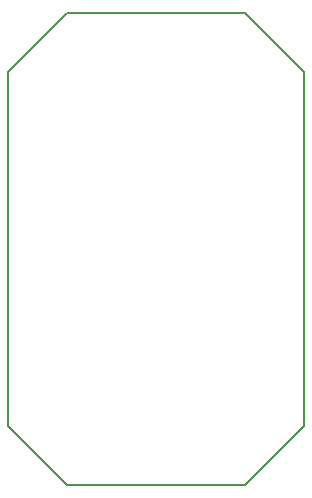
<source format=gbr>
G04 #@! TF.GenerationSoftware,KiCad,Pcbnew,(5.0.0-3-g5ebb6b6)*
G04 #@! TF.CreationDate,2020-07-14T15:02:59-04:00*
G04 #@! TF.ProjectId,Project,50726F6A6563742E6B696361645F7063,rev?*
G04 #@! TF.SameCoordinates,Original*
G04 #@! TF.FileFunction,Profile,NP*
%FSLAX46Y46*%
G04 Gerber Fmt 4.6, Leading zero omitted, Abs format (unit mm)*
G04 Created by KiCad (PCBNEW (5.0.0-3-g5ebb6b6)) date Tuesday, July 14, 2020 at 03:02:59 PM*
%MOMM*%
%LPD*%
G01*
G04 APERTURE LIST*
%ADD10C,0.150000*%
G04 APERTURE END LIST*
D10*
X100000000Y-120000000D02*
X105000000Y-115000000D01*
X85000000Y-120000000D02*
X100000000Y-120000000D01*
X80000000Y-115000000D02*
X85000000Y-120000000D01*
X80000000Y-85000000D02*
X80000000Y-115000000D01*
X85000000Y-80000000D02*
X80000000Y-85000000D01*
X100000000Y-80000000D02*
X85000000Y-80000000D01*
X105000000Y-85000000D02*
X100000000Y-80000000D01*
X105000000Y-97500000D02*
X105000000Y-85000000D01*
X105000000Y-115000000D02*
X105000000Y-97500000D01*
M02*

</source>
